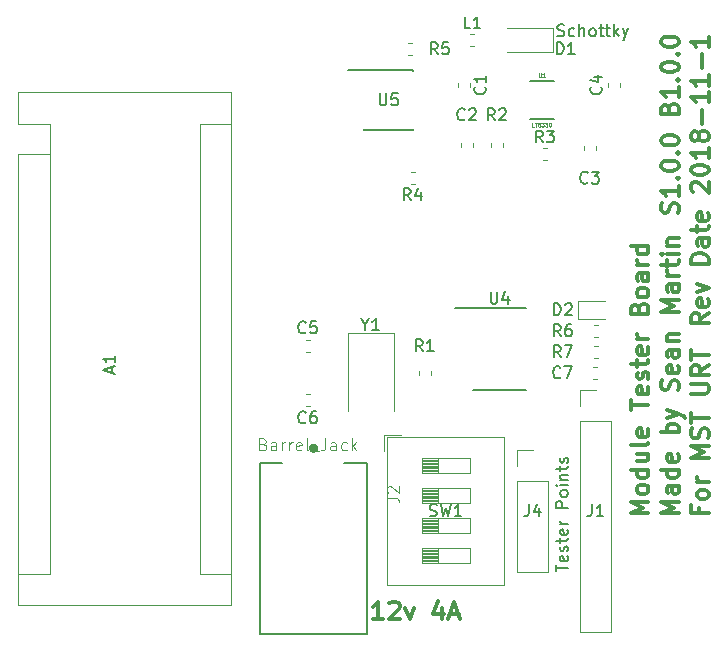
<source format=gbr>
G04 #@! TF.GenerationSoftware,KiCad,Pcbnew,(5.0.1)-3*
G04 #@! TF.CreationDate,2018-11-01T19:24:07-05:00*
G04 #@! TF.ProjectId,module-tester-board,6D6F64756C652D7465737465722D626F,rev?*
G04 #@! TF.SameCoordinates,Original*
G04 #@! TF.FileFunction,Legend,Top*
G04 #@! TF.FilePolarity,Positive*
%FSLAX46Y46*%
G04 Gerber Fmt 4.6, Leading zero omitted, Abs format (unit mm)*
G04 Created by KiCad (PCBNEW (5.0.1)-3) date 11/1/2018 7:24:07 PM*
%MOMM*%
%LPD*%
G01*
G04 APERTURE LIST*
%ADD10C,0.300000*%
%ADD11C,0.120000*%
%ADD12C,0.127000*%
%ADD13C,0.400000*%
%ADD14C,0.152400*%
%ADD15C,0.150000*%
%ADD16C,0.050000*%
G04 APERTURE END LIST*
D10*
X157488285Y-118153571D02*
X156631142Y-118153571D01*
X157059714Y-118153571D02*
X157059714Y-116653571D01*
X156916857Y-116867857D01*
X156774000Y-117010714D01*
X156631142Y-117082142D01*
X158059714Y-116796428D02*
X158131142Y-116725000D01*
X158274000Y-116653571D01*
X158631142Y-116653571D01*
X158774000Y-116725000D01*
X158845428Y-116796428D01*
X158916857Y-116939285D01*
X158916857Y-117082142D01*
X158845428Y-117296428D01*
X157988285Y-118153571D01*
X158916857Y-118153571D01*
X159416857Y-117153571D02*
X159774000Y-118153571D01*
X160131142Y-117153571D01*
X162488285Y-117153571D02*
X162488285Y-118153571D01*
X162131142Y-116582142D02*
X161774000Y-117653571D01*
X162702571Y-117653571D01*
X163202571Y-117725000D02*
X163916857Y-117725000D01*
X163059714Y-118153571D02*
X163559714Y-116653571D01*
X164059714Y-118153571D01*
X182466142Y-83735285D02*
X182537571Y-83521000D01*
X182537571Y-83163857D01*
X182466142Y-83021000D01*
X182394714Y-82949571D01*
X182251857Y-82878142D01*
X182109000Y-82878142D01*
X181966142Y-82949571D01*
X181894714Y-83021000D01*
X181823285Y-83163857D01*
X181751857Y-83449571D01*
X181680428Y-83592428D01*
X181609000Y-83663857D01*
X181466142Y-83735285D01*
X181323285Y-83735285D01*
X181180428Y-83663857D01*
X181109000Y-83592428D01*
X181037571Y-83449571D01*
X181037571Y-83092428D01*
X181109000Y-82878142D01*
X182537571Y-81449571D02*
X182537571Y-82306714D01*
X182537571Y-81878142D02*
X181037571Y-81878142D01*
X181251857Y-82021000D01*
X181394714Y-82163857D01*
X181466142Y-82306714D01*
X182394714Y-80806714D02*
X182466142Y-80735285D01*
X182537571Y-80806714D01*
X182466142Y-80878142D01*
X182394714Y-80806714D01*
X182537571Y-80806714D01*
X181037571Y-79806714D02*
X181037571Y-79663857D01*
X181109000Y-79521000D01*
X181180428Y-79449571D01*
X181323285Y-79378142D01*
X181609000Y-79306714D01*
X181966142Y-79306714D01*
X182251857Y-79378142D01*
X182394714Y-79449571D01*
X182466142Y-79521000D01*
X182537571Y-79663857D01*
X182537571Y-79806714D01*
X182466142Y-79949571D01*
X182394714Y-80021000D01*
X182251857Y-80092428D01*
X181966142Y-80163857D01*
X181609000Y-80163857D01*
X181323285Y-80092428D01*
X181180428Y-80021000D01*
X181109000Y-79949571D01*
X181037571Y-79806714D01*
X182394714Y-78663857D02*
X182466142Y-78592428D01*
X182537571Y-78663857D01*
X182466142Y-78735285D01*
X182394714Y-78663857D01*
X182537571Y-78663857D01*
X181037571Y-77663857D02*
X181037571Y-77521000D01*
X181109000Y-77378142D01*
X181180428Y-77306714D01*
X181323285Y-77235285D01*
X181609000Y-77163857D01*
X181966142Y-77163857D01*
X182251857Y-77235285D01*
X182394714Y-77306714D01*
X182466142Y-77378142D01*
X182537571Y-77521000D01*
X182537571Y-77663857D01*
X182466142Y-77806714D01*
X182394714Y-77878142D01*
X182251857Y-77949571D01*
X181966142Y-78021000D01*
X181609000Y-78021000D01*
X181323285Y-77949571D01*
X181180428Y-77878142D01*
X181109000Y-77806714D01*
X181037571Y-77663857D01*
X181751857Y-74878142D02*
X181823285Y-74663857D01*
X181894714Y-74592428D01*
X182037571Y-74521000D01*
X182251857Y-74521000D01*
X182394714Y-74592428D01*
X182466142Y-74663857D01*
X182537571Y-74806714D01*
X182537571Y-75378142D01*
X181037571Y-75378142D01*
X181037571Y-74878142D01*
X181109000Y-74735285D01*
X181180428Y-74663857D01*
X181323285Y-74592428D01*
X181466142Y-74592428D01*
X181609000Y-74663857D01*
X181680428Y-74735285D01*
X181751857Y-74878142D01*
X181751857Y-75378142D01*
X182537571Y-73092428D02*
X182537571Y-73949571D01*
X182537571Y-73521000D02*
X181037571Y-73521000D01*
X181251857Y-73663857D01*
X181394714Y-73806714D01*
X181466142Y-73949571D01*
X182394714Y-72449571D02*
X182466142Y-72378142D01*
X182537571Y-72449571D01*
X182466142Y-72521000D01*
X182394714Y-72449571D01*
X182537571Y-72449571D01*
X181037571Y-71449571D02*
X181037571Y-71306714D01*
X181109000Y-71163857D01*
X181180428Y-71092428D01*
X181323285Y-71021000D01*
X181609000Y-70949571D01*
X181966142Y-70949571D01*
X182251857Y-71021000D01*
X182394714Y-71092428D01*
X182466142Y-71163857D01*
X182537571Y-71306714D01*
X182537571Y-71449571D01*
X182466142Y-71592428D01*
X182394714Y-71663857D01*
X182251857Y-71735285D01*
X181966142Y-71806714D01*
X181609000Y-71806714D01*
X181323285Y-71735285D01*
X181180428Y-71663857D01*
X181109000Y-71592428D01*
X181037571Y-71449571D01*
X182394714Y-70306714D02*
X182466142Y-70235285D01*
X182537571Y-70306714D01*
X182466142Y-70378142D01*
X182394714Y-70306714D01*
X182537571Y-70306714D01*
X181037571Y-69306714D02*
X181037571Y-69163857D01*
X181109000Y-69021000D01*
X181180428Y-68949571D01*
X181323285Y-68878142D01*
X181609000Y-68806714D01*
X181966142Y-68806714D01*
X182251857Y-68878142D01*
X182394714Y-68949571D01*
X182466142Y-69021000D01*
X182537571Y-69163857D01*
X182537571Y-69306714D01*
X182466142Y-69449571D01*
X182394714Y-69521000D01*
X182251857Y-69592428D01*
X181966142Y-69663857D01*
X181609000Y-69663857D01*
X181323285Y-69592428D01*
X181180428Y-69521000D01*
X181109000Y-69449571D01*
X181037571Y-69306714D01*
X185087571Y-92235285D02*
X184373285Y-92735285D01*
X185087571Y-93092428D02*
X183587571Y-93092428D01*
X183587571Y-92521000D01*
X183659000Y-92378142D01*
X183730428Y-92306714D01*
X183873285Y-92235285D01*
X184087571Y-92235285D01*
X184230428Y-92306714D01*
X184301857Y-92378142D01*
X184373285Y-92521000D01*
X184373285Y-93092428D01*
X185016142Y-91021000D02*
X185087571Y-91163857D01*
X185087571Y-91449571D01*
X185016142Y-91592428D01*
X184873285Y-91663857D01*
X184301857Y-91663857D01*
X184159000Y-91592428D01*
X184087571Y-91449571D01*
X184087571Y-91163857D01*
X184159000Y-91021000D01*
X184301857Y-90949571D01*
X184444714Y-90949571D01*
X184587571Y-91663857D01*
X184087571Y-90449571D02*
X185087571Y-90092428D01*
X184087571Y-89735285D01*
X185087571Y-88021000D02*
X183587571Y-88021000D01*
X183587571Y-87663857D01*
X183659000Y-87449571D01*
X183801857Y-87306714D01*
X183944714Y-87235285D01*
X184230428Y-87163857D01*
X184444714Y-87163857D01*
X184730428Y-87235285D01*
X184873285Y-87306714D01*
X185016142Y-87449571D01*
X185087571Y-87663857D01*
X185087571Y-88021000D01*
X185087571Y-85878142D02*
X184301857Y-85878142D01*
X184159000Y-85949571D01*
X184087571Y-86092428D01*
X184087571Y-86378142D01*
X184159000Y-86521000D01*
X185016142Y-85878142D02*
X185087571Y-86021000D01*
X185087571Y-86378142D01*
X185016142Y-86521000D01*
X184873285Y-86592428D01*
X184730428Y-86592428D01*
X184587571Y-86521000D01*
X184516142Y-86378142D01*
X184516142Y-86021000D01*
X184444714Y-85878142D01*
X184087571Y-85378142D02*
X184087571Y-84806714D01*
X183587571Y-85163857D02*
X184873285Y-85163857D01*
X185016142Y-85092428D01*
X185087571Y-84949571D01*
X185087571Y-84806714D01*
X185016142Y-83735285D02*
X185087571Y-83878142D01*
X185087571Y-84163857D01*
X185016142Y-84306714D01*
X184873285Y-84378142D01*
X184301857Y-84378142D01*
X184159000Y-84306714D01*
X184087571Y-84163857D01*
X184087571Y-83878142D01*
X184159000Y-83735285D01*
X184301857Y-83663857D01*
X184444714Y-83663857D01*
X184587571Y-84378142D01*
X183730428Y-81949571D02*
X183659000Y-81878142D01*
X183587571Y-81735285D01*
X183587571Y-81378142D01*
X183659000Y-81235285D01*
X183730428Y-81163857D01*
X183873285Y-81092428D01*
X184016142Y-81092428D01*
X184230428Y-81163857D01*
X185087571Y-82021000D01*
X185087571Y-81092428D01*
X183587571Y-80163857D02*
X183587571Y-80021000D01*
X183659000Y-79878142D01*
X183730428Y-79806714D01*
X183873285Y-79735285D01*
X184159000Y-79663857D01*
X184516142Y-79663857D01*
X184801857Y-79735285D01*
X184944714Y-79806714D01*
X185016142Y-79878142D01*
X185087571Y-80021000D01*
X185087571Y-80163857D01*
X185016142Y-80306714D01*
X184944714Y-80378142D01*
X184801857Y-80449571D01*
X184516142Y-80521000D01*
X184159000Y-80521000D01*
X183873285Y-80449571D01*
X183730428Y-80378142D01*
X183659000Y-80306714D01*
X183587571Y-80163857D01*
X185087571Y-78235285D02*
X185087571Y-79092428D01*
X185087571Y-78663857D02*
X183587571Y-78663857D01*
X183801857Y-78806714D01*
X183944714Y-78949571D01*
X184016142Y-79092428D01*
X184230428Y-77378142D02*
X184159000Y-77521000D01*
X184087571Y-77592428D01*
X183944714Y-77663857D01*
X183873285Y-77663857D01*
X183730428Y-77592428D01*
X183659000Y-77521000D01*
X183587571Y-77378142D01*
X183587571Y-77092428D01*
X183659000Y-76949571D01*
X183730428Y-76878142D01*
X183873285Y-76806714D01*
X183944714Y-76806714D01*
X184087571Y-76878142D01*
X184159000Y-76949571D01*
X184230428Y-77092428D01*
X184230428Y-77378142D01*
X184301857Y-77521000D01*
X184373285Y-77592428D01*
X184516142Y-77663857D01*
X184801857Y-77663857D01*
X184944714Y-77592428D01*
X185016142Y-77521000D01*
X185087571Y-77378142D01*
X185087571Y-77092428D01*
X185016142Y-76949571D01*
X184944714Y-76878142D01*
X184801857Y-76806714D01*
X184516142Y-76806714D01*
X184373285Y-76878142D01*
X184301857Y-76949571D01*
X184230428Y-77092428D01*
X184516142Y-76163857D02*
X184516142Y-75021000D01*
X185087571Y-73521000D02*
X185087571Y-74378142D01*
X185087571Y-73949571D02*
X183587571Y-73949571D01*
X183801857Y-74092428D01*
X183944714Y-74235285D01*
X184016142Y-74378142D01*
X185087571Y-72092428D02*
X185087571Y-72949571D01*
X185087571Y-72521000D02*
X183587571Y-72521000D01*
X183801857Y-72663857D01*
X183944714Y-72806714D01*
X184016142Y-72949571D01*
X184516142Y-71449571D02*
X184516142Y-70306714D01*
X185087571Y-68806714D02*
X185087571Y-69663857D01*
X185087571Y-69235285D02*
X183587571Y-69235285D01*
X183801857Y-69378142D01*
X183944714Y-69521000D01*
X184016142Y-69663857D01*
X179992571Y-109175857D02*
X178492571Y-109175857D01*
X179564000Y-108675857D01*
X178492571Y-108175857D01*
X179992571Y-108175857D01*
X179992571Y-107247285D02*
X179921142Y-107390142D01*
X179849714Y-107461571D01*
X179706857Y-107533000D01*
X179278285Y-107533000D01*
X179135428Y-107461571D01*
X179064000Y-107390142D01*
X178992571Y-107247285D01*
X178992571Y-107033000D01*
X179064000Y-106890142D01*
X179135428Y-106818714D01*
X179278285Y-106747285D01*
X179706857Y-106747285D01*
X179849714Y-106818714D01*
X179921142Y-106890142D01*
X179992571Y-107033000D01*
X179992571Y-107247285D01*
X179992571Y-105461571D02*
X178492571Y-105461571D01*
X179921142Y-105461571D02*
X179992571Y-105604428D01*
X179992571Y-105890142D01*
X179921142Y-106033000D01*
X179849714Y-106104428D01*
X179706857Y-106175857D01*
X179278285Y-106175857D01*
X179135428Y-106104428D01*
X179064000Y-106033000D01*
X178992571Y-105890142D01*
X178992571Y-105604428D01*
X179064000Y-105461571D01*
X178992571Y-104104428D02*
X179992571Y-104104428D01*
X178992571Y-104747285D02*
X179778285Y-104747285D01*
X179921142Y-104675857D01*
X179992571Y-104533000D01*
X179992571Y-104318714D01*
X179921142Y-104175857D01*
X179849714Y-104104428D01*
X179992571Y-103175857D02*
X179921142Y-103318714D01*
X179778285Y-103390142D01*
X178492571Y-103390142D01*
X179921142Y-102033000D02*
X179992571Y-102175857D01*
X179992571Y-102461571D01*
X179921142Y-102604428D01*
X179778285Y-102675857D01*
X179206857Y-102675857D01*
X179064000Y-102604428D01*
X178992571Y-102461571D01*
X178992571Y-102175857D01*
X179064000Y-102033000D01*
X179206857Y-101961571D01*
X179349714Y-101961571D01*
X179492571Y-102675857D01*
X178492571Y-100390142D02*
X178492571Y-99533000D01*
X179992571Y-99961571D02*
X178492571Y-99961571D01*
X179921142Y-98461571D02*
X179992571Y-98604428D01*
X179992571Y-98890142D01*
X179921142Y-99033000D01*
X179778285Y-99104428D01*
X179206857Y-99104428D01*
X179064000Y-99033000D01*
X178992571Y-98890142D01*
X178992571Y-98604428D01*
X179064000Y-98461571D01*
X179206857Y-98390142D01*
X179349714Y-98390142D01*
X179492571Y-99104428D01*
X179921142Y-97818714D02*
X179992571Y-97675857D01*
X179992571Y-97390142D01*
X179921142Y-97247285D01*
X179778285Y-97175857D01*
X179706857Y-97175857D01*
X179564000Y-97247285D01*
X179492571Y-97390142D01*
X179492571Y-97604428D01*
X179421142Y-97747285D01*
X179278285Y-97818714D01*
X179206857Y-97818714D01*
X179064000Y-97747285D01*
X178992571Y-97604428D01*
X178992571Y-97390142D01*
X179064000Y-97247285D01*
X178992571Y-96747285D02*
X178992571Y-96175857D01*
X178492571Y-96533000D02*
X179778285Y-96533000D01*
X179921142Y-96461571D01*
X179992571Y-96318714D01*
X179992571Y-96175857D01*
X179921142Y-95104428D02*
X179992571Y-95247285D01*
X179992571Y-95533000D01*
X179921142Y-95675857D01*
X179778285Y-95747285D01*
X179206857Y-95747285D01*
X179064000Y-95675857D01*
X178992571Y-95533000D01*
X178992571Y-95247285D01*
X179064000Y-95104428D01*
X179206857Y-95033000D01*
X179349714Y-95033000D01*
X179492571Y-95747285D01*
X179992571Y-94390142D02*
X178992571Y-94390142D01*
X179278285Y-94390142D02*
X179135428Y-94318714D01*
X179064000Y-94247285D01*
X178992571Y-94104428D01*
X178992571Y-93961571D01*
X179206857Y-91818714D02*
X179278285Y-91604428D01*
X179349714Y-91533000D01*
X179492571Y-91461571D01*
X179706857Y-91461571D01*
X179849714Y-91533000D01*
X179921142Y-91604428D01*
X179992571Y-91747285D01*
X179992571Y-92318714D01*
X178492571Y-92318714D01*
X178492571Y-91818714D01*
X178564000Y-91675857D01*
X178635428Y-91604428D01*
X178778285Y-91533000D01*
X178921142Y-91533000D01*
X179064000Y-91604428D01*
X179135428Y-91675857D01*
X179206857Y-91818714D01*
X179206857Y-92318714D01*
X179992571Y-90604428D02*
X179921142Y-90747285D01*
X179849714Y-90818714D01*
X179706857Y-90890142D01*
X179278285Y-90890142D01*
X179135428Y-90818714D01*
X179064000Y-90747285D01*
X178992571Y-90604428D01*
X178992571Y-90390142D01*
X179064000Y-90247285D01*
X179135428Y-90175857D01*
X179278285Y-90104428D01*
X179706857Y-90104428D01*
X179849714Y-90175857D01*
X179921142Y-90247285D01*
X179992571Y-90390142D01*
X179992571Y-90604428D01*
X179992571Y-88818714D02*
X179206857Y-88818714D01*
X179064000Y-88890142D01*
X178992571Y-89033000D01*
X178992571Y-89318714D01*
X179064000Y-89461571D01*
X179921142Y-88818714D02*
X179992571Y-88961571D01*
X179992571Y-89318714D01*
X179921142Y-89461571D01*
X179778285Y-89533000D01*
X179635428Y-89533000D01*
X179492571Y-89461571D01*
X179421142Y-89318714D01*
X179421142Y-88961571D01*
X179349714Y-88818714D01*
X179992571Y-88104428D02*
X178992571Y-88104428D01*
X179278285Y-88104428D02*
X179135428Y-88033000D01*
X179064000Y-87961571D01*
X178992571Y-87818714D01*
X178992571Y-87675857D01*
X179992571Y-86533000D02*
X178492571Y-86533000D01*
X179921142Y-86533000D02*
X179992571Y-86675857D01*
X179992571Y-86961571D01*
X179921142Y-87104428D01*
X179849714Y-87175857D01*
X179706857Y-87247285D01*
X179278285Y-87247285D01*
X179135428Y-87175857D01*
X179064000Y-87104428D01*
X178992571Y-86961571D01*
X178992571Y-86675857D01*
X179064000Y-86533000D01*
X182542571Y-109175857D02*
X181042571Y-109175857D01*
X182114000Y-108675857D01*
X181042571Y-108175857D01*
X182542571Y-108175857D01*
X182542571Y-106818714D02*
X181756857Y-106818714D01*
X181614000Y-106890142D01*
X181542571Y-107033000D01*
X181542571Y-107318714D01*
X181614000Y-107461571D01*
X182471142Y-106818714D02*
X182542571Y-106961571D01*
X182542571Y-107318714D01*
X182471142Y-107461571D01*
X182328285Y-107533000D01*
X182185428Y-107533000D01*
X182042571Y-107461571D01*
X181971142Y-107318714D01*
X181971142Y-106961571D01*
X181899714Y-106818714D01*
X182542571Y-105461571D02*
X181042571Y-105461571D01*
X182471142Y-105461571D02*
X182542571Y-105604428D01*
X182542571Y-105890142D01*
X182471142Y-106033000D01*
X182399714Y-106104428D01*
X182256857Y-106175857D01*
X181828285Y-106175857D01*
X181685428Y-106104428D01*
X181614000Y-106033000D01*
X181542571Y-105890142D01*
X181542571Y-105604428D01*
X181614000Y-105461571D01*
X182471142Y-104175857D02*
X182542571Y-104318714D01*
X182542571Y-104604428D01*
X182471142Y-104747285D01*
X182328285Y-104818714D01*
X181756857Y-104818714D01*
X181614000Y-104747285D01*
X181542571Y-104604428D01*
X181542571Y-104318714D01*
X181614000Y-104175857D01*
X181756857Y-104104428D01*
X181899714Y-104104428D01*
X182042571Y-104818714D01*
X182542571Y-102318714D02*
X181042571Y-102318714D01*
X181614000Y-102318714D02*
X181542571Y-102175857D01*
X181542571Y-101890142D01*
X181614000Y-101747285D01*
X181685428Y-101675857D01*
X181828285Y-101604428D01*
X182256857Y-101604428D01*
X182399714Y-101675857D01*
X182471142Y-101747285D01*
X182542571Y-101890142D01*
X182542571Y-102175857D01*
X182471142Y-102318714D01*
X181542571Y-101104428D02*
X182542571Y-100747285D01*
X181542571Y-100390142D02*
X182542571Y-100747285D01*
X182899714Y-100890142D01*
X182971142Y-100961571D01*
X183042571Y-101104428D01*
X182471142Y-98747285D02*
X182542571Y-98533000D01*
X182542571Y-98175857D01*
X182471142Y-98033000D01*
X182399714Y-97961571D01*
X182256857Y-97890142D01*
X182114000Y-97890142D01*
X181971142Y-97961571D01*
X181899714Y-98033000D01*
X181828285Y-98175857D01*
X181756857Y-98461571D01*
X181685428Y-98604428D01*
X181614000Y-98675857D01*
X181471142Y-98747285D01*
X181328285Y-98747285D01*
X181185428Y-98675857D01*
X181114000Y-98604428D01*
X181042571Y-98461571D01*
X181042571Y-98104428D01*
X181114000Y-97890142D01*
X182471142Y-96675857D02*
X182542571Y-96818714D01*
X182542571Y-97104428D01*
X182471142Y-97247285D01*
X182328285Y-97318714D01*
X181756857Y-97318714D01*
X181614000Y-97247285D01*
X181542571Y-97104428D01*
X181542571Y-96818714D01*
X181614000Y-96675857D01*
X181756857Y-96604428D01*
X181899714Y-96604428D01*
X182042571Y-97318714D01*
X182542571Y-95318714D02*
X181756857Y-95318714D01*
X181614000Y-95390142D01*
X181542571Y-95533000D01*
X181542571Y-95818714D01*
X181614000Y-95961571D01*
X182471142Y-95318714D02*
X182542571Y-95461571D01*
X182542571Y-95818714D01*
X182471142Y-95961571D01*
X182328285Y-96033000D01*
X182185428Y-96033000D01*
X182042571Y-95961571D01*
X181971142Y-95818714D01*
X181971142Y-95461571D01*
X181899714Y-95318714D01*
X181542571Y-94604428D02*
X182542571Y-94604428D01*
X181685428Y-94604428D02*
X181614000Y-94533000D01*
X181542571Y-94390142D01*
X181542571Y-94175857D01*
X181614000Y-94033000D01*
X181756857Y-93961571D01*
X182542571Y-93961571D01*
X182542571Y-92104428D02*
X181042571Y-92104428D01*
X182114000Y-91604428D01*
X181042571Y-91104428D01*
X182542571Y-91104428D01*
X182542571Y-89747285D02*
X181756857Y-89747285D01*
X181614000Y-89818714D01*
X181542571Y-89961571D01*
X181542571Y-90247285D01*
X181614000Y-90390142D01*
X182471142Y-89747285D02*
X182542571Y-89890142D01*
X182542571Y-90247285D01*
X182471142Y-90390142D01*
X182328285Y-90461571D01*
X182185428Y-90461571D01*
X182042571Y-90390142D01*
X181971142Y-90247285D01*
X181971142Y-89890142D01*
X181899714Y-89747285D01*
X182542571Y-89033000D02*
X181542571Y-89033000D01*
X181828285Y-89033000D02*
X181685428Y-88961571D01*
X181614000Y-88890142D01*
X181542571Y-88747285D01*
X181542571Y-88604428D01*
X181542571Y-88318714D02*
X181542571Y-87747285D01*
X181042571Y-88104428D02*
X182328285Y-88104428D01*
X182471142Y-88033000D01*
X182542571Y-87890142D01*
X182542571Y-87747285D01*
X182542571Y-87247285D02*
X181542571Y-87247285D01*
X181042571Y-87247285D02*
X181114000Y-87318714D01*
X181185428Y-87247285D01*
X181114000Y-87175857D01*
X181042571Y-87247285D01*
X181185428Y-87247285D01*
X181542571Y-86533000D02*
X182542571Y-86533000D01*
X181685428Y-86533000D02*
X181614000Y-86461571D01*
X181542571Y-86318714D01*
X181542571Y-86104428D01*
X181614000Y-85961571D01*
X181756857Y-85890142D01*
X182542571Y-85890142D01*
X184306857Y-108675857D02*
X184306857Y-109175857D01*
X185092571Y-109175857D02*
X183592571Y-109175857D01*
X183592571Y-108461571D01*
X185092571Y-107675857D02*
X185021142Y-107818714D01*
X184949714Y-107890142D01*
X184806857Y-107961571D01*
X184378285Y-107961571D01*
X184235428Y-107890142D01*
X184164000Y-107818714D01*
X184092571Y-107675857D01*
X184092571Y-107461571D01*
X184164000Y-107318714D01*
X184235428Y-107247285D01*
X184378285Y-107175857D01*
X184806857Y-107175857D01*
X184949714Y-107247285D01*
X185021142Y-107318714D01*
X185092571Y-107461571D01*
X185092571Y-107675857D01*
X185092571Y-106533000D02*
X184092571Y-106533000D01*
X184378285Y-106533000D02*
X184235428Y-106461571D01*
X184164000Y-106390142D01*
X184092571Y-106247285D01*
X184092571Y-106104428D01*
X185092571Y-104461571D02*
X183592571Y-104461571D01*
X184664000Y-103961571D01*
X183592571Y-103461571D01*
X185092571Y-103461571D01*
X185021142Y-102818714D02*
X185092571Y-102604428D01*
X185092571Y-102247285D01*
X185021142Y-102104428D01*
X184949714Y-102033000D01*
X184806857Y-101961571D01*
X184664000Y-101961571D01*
X184521142Y-102033000D01*
X184449714Y-102104428D01*
X184378285Y-102247285D01*
X184306857Y-102533000D01*
X184235428Y-102675857D01*
X184164000Y-102747285D01*
X184021142Y-102818714D01*
X183878285Y-102818714D01*
X183735428Y-102747285D01*
X183664000Y-102675857D01*
X183592571Y-102533000D01*
X183592571Y-102175857D01*
X183664000Y-101961571D01*
X183592571Y-101533000D02*
X183592571Y-100675857D01*
X185092571Y-101104428D02*
X183592571Y-101104428D01*
X183592571Y-99033000D02*
X184806857Y-99033000D01*
X184949714Y-98961571D01*
X185021142Y-98890142D01*
X185092571Y-98747285D01*
X185092571Y-98461571D01*
X185021142Y-98318714D01*
X184949714Y-98247285D01*
X184806857Y-98175857D01*
X183592571Y-98175857D01*
X185092571Y-96604428D02*
X184378285Y-97104428D01*
X185092571Y-97461571D02*
X183592571Y-97461571D01*
X183592571Y-96890142D01*
X183664000Y-96747285D01*
X183735428Y-96675857D01*
X183878285Y-96604428D01*
X184092571Y-96604428D01*
X184235428Y-96675857D01*
X184306857Y-96747285D01*
X184378285Y-96890142D01*
X184378285Y-97461571D01*
X183592571Y-96175857D02*
X183592571Y-95318714D01*
X185092571Y-95747285D02*
X183592571Y-95747285D01*
D11*
G04 #@! TO.C,A1*
X129286000Y-78740000D02*
X129286000Y-76200000D01*
X129286000Y-76200000D02*
X126616000Y-76200000D01*
X126616000Y-78740000D02*
X126616000Y-116970000D01*
X126616000Y-73530000D02*
X126616000Y-76200000D01*
X141986000Y-76200000D02*
X144656000Y-76200000D01*
X141986000Y-76200000D02*
X141986000Y-114300000D01*
X141986000Y-114300000D02*
X144656000Y-114300000D01*
X129286000Y-78740000D02*
X126616000Y-78740000D01*
X129286000Y-78740000D02*
X129286000Y-114300000D01*
X129286000Y-114300000D02*
X126616000Y-114300000D01*
X126616000Y-116970000D02*
X144656000Y-116970000D01*
X144656000Y-116970000D02*
X144656000Y-73530000D01*
X144656000Y-73530000D02*
X126616000Y-73530000D01*
G04 #@! TO.C,C1*
X164848000Y-72735221D02*
X164848000Y-73060779D01*
X163828000Y-72735221D02*
X163828000Y-73060779D01*
G04 #@! TO.C,C2*
X165102000Y-78140779D02*
X165102000Y-77815221D01*
X164082000Y-78140779D02*
X164082000Y-77815221D01*
G04 #@! TO.C,C3*
X175516000Y-78094721D02*
X175516000Y-78420279D01*
X174496000Y-78094721D02*
X174496000Y-78420279D01*
G04 #@! TO.C,C4*
X177548000Y-73060779D02*
X177548000Y-72735221D01*
X176528000Y-73060779D02*
X176528000Y-72735221D01*
G04 #@! TO.C,C5*
X151292779Y-95506000D02*
X150967221Y-95506000D01*
X151292779Y-94486000D02*
X150967221Y-94486000D01*
G04 #@! TO.C,C6*
X150967221Y-99058000D02*
X151292779Y-99058000D01*
X150967221Y-100078000D02*
X151292779Y-100078000D01*
G04 #@! TO.C,C7*
X175651279Y-96772000D02*
X175325721Y-96772000D01*
X175651279Y-97792000D02*
X175325721Y-97792000D01*
G04 #@! TO.C,D1*
X171872000Y-70088000D02*
X171872000Y-68088000D01*
X171872000Y-68088000D02*
X168022000Y-68088000D01*
X171872000Y-70088000D02*
X168022000Y-70088000D01*
G04 #@! TO.C,D2*
X176314000Y-91213000D02*
X174029000Y-91213000D01*
X174029000Y-91213000D02*
X174029000Y-92683000D01*
X174029000Y-92683000D02*
X176314000Y-92683000D01*
G04 #@! TO.C,J1*
X174184000Y-119186000D02*
X176844000Y-119186000D01*
X174184000Y-101346000D02*
X174184000Y-119186000D01*
X176844000Y-101346000D02*
X176844000Y-119186000D01*
X174184000Y-101346000D02*
X176844000Y-101346000D01*
X174184000Y-100076000D02*
X174184000Y-98746000D01*
X174184000Y-98746000D02*
X175514000Y-98746000D01*
D12*
G04 #@! TO.C,J2*
X156138000Y-119364000D02*
X147138000Y-119364000D01*
X147138000Y-119364000D02*
X147138000Y-104864000D01*
X147138000Y-104864000D02*
X148988000Y-104864000D01*
X156138000Y-104864000D02*
X156138000Y-119364000D01*
X154188000Y-104864000D02*
X156138000Y-104864000D01*
D13*
X151838000Y-103664000D02*
G75*
G03X151838000Y-103664000I-200000J0D01*
G01*
D11*
G04 #@! TO.C,J4*
X168850000Y-114106000D02*
X171510000Y-114106000D01*
X168850000Y-106426000D02*
X168850000Y-114106000D01*
X171510000Y-106426000D02*
X171510000Y-114106000D01*
X168850000Y-106426000D02*
X171510000Y-106426000D01*
X168850000Y-105156000D02*
X168850000Y-103826000D01*
X168850000Y-103826000D02*
X170180000Y-103826000D01*
G04 #@! TO.C,L1*
X164911721Y-68578000D02*
X165237279Y-68578000D01*
X164911721Y-69598000D02*
X165237279Y-69598000D01*
G04 #@! TO.C,R1*
X160526000Y-97444779D02*
X160526000Y-97119221D01*
X161546000Y-97444779D02*
X161546000Y-97119221D01*
G04 #@! TO.C,R2*
X167642000Y-78140779D02*
X167642000Y-77815221D01*
X166622000Y-78140779D02*
X166622000Y-77815221D01*
G04 #@! TO.C,R3*
X171033221Y-78230000D02*
X171358779Y-78230000D01*
X171033221Y-79250000D02*
X171358779Y-79250000D01*
G04 #@! TO.C,R4*
X160182779Y-80262000D02*
X159857221Y-80262000D01*
X160182779Y-81282000D02*
X159857221Y-81282000D01*
G04 #@! TO.C,R5*
X159928779Y-70360000D02*
X159603221Y-70360000D01*
X159928779Y-69340000D02*
X159603221Y-69340000D01*
G04 #@! TO.C,R6*
X175351221Y-94236000D02*
X175676779Y-94236000D01*
X175351221Y-93216000D02*
X175676779Y-93216000D01*
G04 #@! TO.C,R7*
X175351221Y-94994000D02*
X175676779Y-94994000D01*
X175351221Y-96014000D02*
X175676779Y-96014000D01*
D14*
G04 #@! TO.C,U1*
X169926000Y-75742800D02*
X171958000Y-75742800D01*
X171958000Y-72593200D02*
X169926000Y-72593200D01*
D15*
G04 #@! TO.C,U4*
X165161000Y-98700000D02*
X169611000Y-98700000D01*
X163636000Y-91800000D02*
X169611000Y-91800000D01*
G04 #@! TO.C,U5*
X155913000Y-71593000D02*
X155913000Y-71643000D01*
X160063000Y-71593000D02*
X160063000Y-71738000D01*
X160063000Y-76743000D02*
X160063000Y-76598000D01*
X155913000Y-76743000D02*
X155913000Y-76598000D01*
X155913000Y-71593000D02*
X160063000Y-71593000D01*
X155913000Y-76743000D02*
X160063000Y-76743000D01*
X155913000Y-71643000D02*
X154513000Y-71643000D01*
D11*
G04 #@! TO.C,Y1*
X158414000Y-100482000D02*
X158414000Y-93932000D01*
X158414000Y-93932000D02*
X154514000Y-93932000D01*
X154514000Y-93932000D02*
X154514000Y-100482000D01*
G04 #@! TO.C,SW1*
X157864000Y-102736000D02*
X167764000Y-102736000D01*
X157864000Y-115196000D02*
X167764000Y-115196000D01*
X157864000Y-102736000D02*
X157864000Y-115196000D01*
X167764000Y-102736000D02*
X167764000Y-115196000D01*
X157624000Y-102496000D02*
X159008000Y-102496000D01*
X157624000Y-102496000D02*
X157624000Y-103879000D01*
X160784000Y-104521000D02*
X160784000Y-105791000D01*
X160784000Y-105791000D02*
X164844000Y-105791000D01*
X164844000Y-105791000D02*
X164844000Y-104521000D01*
X164844000Y-104521000D02*
X160784000Y-104521000D01*
X160784000Y-104641000D02*
X162137333Y-104641000D01*
X160784000Y-104761000D02*
X162137333Y-104761000D01*
X160784000Y-104881000D02*
X162137333Y-104881000D01*
X160784000Y-105001000D02*
X162137333Y-105001000D01*
X160784000Y-105121000D02*
X162137333Y-105121000D01*
X160784000Y-105241000D02*
X162137333Y-105241000D01*
X160784000Y-105361000D02*
X162137333Y-105361000D01*
X160784000Y-105481000D02*
X162137333Y-105481000D01*
X160784000Y-105601000D02*
X162137333Y-105601000D01*
X160784000Y-105721000D02*
X162137333Y-105721000D01*
X162137333Y-104521000D02*
X162137333Y-105791000D01*
X160784000Y-107061000D02*
X160784000Y-108331000D01*
X160784000Y-108331000D02*
X164844000Y-108331000D01*
X164844000Y-108331000D02*
X164844000Y-107061000D01*
X164844000Y-107061000D02*
X160784000Y-107061000D01*
X160784000Y-107181000D02*
X162137333Y-107181000D01*
X160784000Y-107301000D02*
X162137333Y-107301000D01*
X160784000Y-107421000D02*
X162137333Y-107421000D01*
X160784000Y-107541000D02*
X162137333Y-107541000D01*
X160784000Y-107661000D02*
X162137333Y-107661000D01*
X160784000Y-107781000D02*
X162137333Y-107781000D01*
X160784000Y-107901000D02*
X162137333Y-107901000D01*
X160784000Y-108021000D02*
X162137333Y-108021000D01*
X160784000Y-108141000D02*
X162137333Y-108141000D01*
X160784000Y-108261000D02*
X162137333Y-108261000D01*
X162137333Y-107061000D02*
X162137333Y-108331000D01*
X160784000Y-109601000D02*
X160784000Y-110871000D01*
X160784000Y-110871000D02*
X164844000Y-110871000D01*
X164844000Y-110871000D02*
X164844000Y-109601000D01*
X164844000Y-109601000D02*
X160784000Y-109601000D01*
X160784000Y-109721000D02*
X162137333Y-109721000D01*
X160784000Y-109841000D02*
X162137333Y-109841000D01*
X160784000Y-109961000D02*
X162137333Y-109961000D01*
X160784000Y-110081000D02*
X162137333Y-110081000D01*
X160784000Y-110201000D02*
X162137333Y-110201000D01*
X160784000Y-110321000D02*
X162137333Y-110321000D01*
X160784000Y-110441000D02*
X162137333Y-110441000D01*
X160784000Y-110561000D02*
X162137333Y-110561000D01*
X160784000Y-110681000D02*
X162137333Y-110681000D01*
X160784000Y-110801000D02*
X162137333Y-110801000D01*
X162137333Y-109601000D02*
X162137333Y-110871000D01*
X160784000Y-112141000D02*
X160784000Y-113411000D01*
X160784000Y-113411000D02*
X164844000Y-113411000D01*
X164844000Y-113411000D02*
X164844000Y-112141000D01*
X164844000Y-112141000D02*
X160784000Y-112141000D01*
X160784000Y-112261000D02*
X162137333Y-112261000D01*
X160784000Y-112381000D02*
X162137333Y-112381000D01*
X160784000Y-112501000D02*
X162137333Y-112501000D01*
X160784000Y-112621000D02*
X162137333Y-112621000D01*
X160784000Y-112741000D02*
X162137333Y-112741000D01*
X160784000Y-112861000D02*
X162137333Y-112861000D01*
X160784000Y-112981000D02*
X162137333Y-112981000D01*
X160784000Y-113101000D02*
X162137333Y-113101000D01*
X160784000Y-113221000D02*
X162137333Y-113221000D01*
X160784000Y-113341000D02*
X162137333Y-113341000D01*
X162137333Y-112141000D02*
X162137333Y-113411000D01*
G04 #@! TO.C,*
D15*
G04 #@! TO.C,A1*
X134532666Y-97234285D02*
X134532666Y-96758095D01*
X134818380Y-97329523D02*
X133818380Y-96996190D01*
X134818380Y-96662857D01*
X134818380Y-95805714D02*
X134818380Y-96377142D01*
X134818380Y-96091428D02*
X133818380Y-96091428D01*
X133961238Y-96186666D01*
X134056476Y-96281904D01*
X134104095Y-96377142D01*
G04 #@! TO.C,C1*
X166125142Y-73064666D02*
X166172761Y-73112285D01*
X166220380Y-73255142D01*
X166220380Y-73350380D01*
X166172761Y-73493238D01*
X166077523Y-73588476D01*
X165982285Y-73636095D01*
X165791809Y-73683714D01*
X165648952Y-73683714D01*
X165458476Y-73636095D01*
X165363238Y-73588476D01*
X165268000Y-73493238D01*
X165220380Y-73350380D01*
X165220380Y-73255142D01*
X165268000Y-73112285D01*
X165315619Y-73064666D01*
X166220380Y-72112285D02*
X166220380Y-72683714D01*
X166220380Y-72398000D02*
X165220380Y-72398000D01*
X165363238Y-72493238D01*
X165458476Y-72588476D01*
X165506095Y-72683714D01*
G04 #@! TO.C,C2*
X164425333Y-75795142D02*
X164377714Y-75842761D01*
X164234857Y-75890380D01*
X164139619Y-75890380D01*
X163996761Y-75842761D01*
X163901523Y-75747523D01*
X163853904Y-75652285D01*
X163806285Y-75461809D01*
X163806285Y-75318952D01*
X163853904Y-75128476D01*
X163901523Y-75033238D01*
X163996761Y-74938000D01*
X164139619Y-74890380D01*
X164234857Y-74890380D01*
X164377714Y-74938000D01*
X164425333Y-74985619D01*
X164806285Y-74985619D02*
X164853904Y-74938000D01*
X164949142Y-74890380D01*
X165187238Y-74890380D01*
X165282476Y-74938000D01*
X165330095Y-74985619D01*
X165377714Y-75080857D01*
X165377714Y-75176095D01*
X165330095Y-75318952D01*
X164758666Y-75890380D01*
X165377714Y-75890380D01*
G04 #@! TO.C,C3*
X174839333Y-81154642D02*
X174791714Y-81202261D01*
X174648857Y-81249880D01*
X174553619Y-81249880D01*
X174410761Y-81202261D01*
X174315523Y-81107023D01*
X174267904Y-81011785D01*
X174220285Y-80821309D01*
X174220285Y-80678452D01*
X174267904Y-80487976D01*
X174315523Y-80392738D01*
X174410761Y-80297500D01*
X174553619Y-80249880D01*
X174648857Y-80249880D01*
X174791714Y-80297500D01*
X174839333Y-80345119D01*
X175172666Y-80249880D02*
X175791714Y-80249880D01*
X175458380Y-80630833D01*
X175601238Y-80630833D01*
X175696476Y-80678452D01*
X175744095Y-80726071D01*
X175791714Y-80821309D01*
X175791714Y-81059404D01*
X175744095Y-81154642D01*
X175696476Y-81202261D01*
X175601238Y-81249880D01*
X175315523Y-81249880D01*
X175220285Y-81202261D01*
X175172666Y-81154642D01*
G04 #@! TO.C,C4*
X175965142Y-73064666D02*
X176012761Y-73112285D01*
X176060380Y-73255142D01*
X176060380Y-73350380D01*
X176012761Y-73493238D01*
X175917523Y-73588476D01*
X175822285Y-73636095D01*
X175631809Y-73683714D01*
X175488952Y-73683714D01*
X175298476Y-73636095D01*
X175203238Y-73588476D01*
X175108000Y-73493238D01*
X175060380Y-73350380D01*
X175060380Y-73255142D01*
X175108000Y-73112285D01*
X175155619Y-73064666D01*
X175393714Y-72207523D02*
X176060380Y-72207523D01*
X175012761Y-72445619D02*
X175727047Y-72683714D01*
X175727047Y-72064666D01*
G04 #@! TO.C,C5*
X150963333Y-93829142D02*
X150915714Y-93876761D01*
X150772857Y-93924380D01*
X150677619Y-93924380D01*
X150534761Y-93876761D01*
X150439523Y-93781523D01*
X150391904Y-93686285D01*
X150344285Y-93495809D01*
X150344285Y-93352952D01*
X150391904Y-93162476D01*
X150439523Y-93067238D01*
X150534761Y-92972000D01*
X150677619Y-92924380D01*
X150772857Y-92924380D01*
X150915714Y-92972000D01*
X150963333Y-93019619D01*
X151868095Y-92924380D02*
X151391904Y-92924380D01*
X151344285Y-93400571D01*
X151391904Y-93352952D01*
X151487142Y-93305333D01*
X151725238Y-93305333D01*
X151820476Y-93352952D01*
X151868095Y-93400571D01*
X151915714Y-93495809D01*
X151915714Y-93733904D01*
X151868095Y-93829142D01*
X151820476Y-93876761D01*
X151725238Y-93924380D01*
X151487142Y-93924380D01*
X151391904Y-93876761D01*
X151344285Y-93829142D01*
G04 #@! TO.C,C6*
X150963333Y-101449142D02*
X150915714Y-101496761D01*
X150772857Y-101544380D01*
X150677619Y-101544380D01*
X150534761Y-101496761D01*
X150439523Y-101401523D01*
X150391904Y-101306285D01*
X150344285Y-101115809D01*
X150344285Y-100972952D01*
X150391904Y-100782476D01*
X150439523Y-100687238D01*
X150534761Y-100592000D01*
X150677619Y-100544380D01*
X150772857Y-100544380D01*
X150915714Y-100592000D01*
X150963333Y-100639619D01*
X151820476Y-100544380D02*
X151630000Y-100544380D01*
X151534761Y-100592000D01*
X151487142Y-100639619D01*
X151391904Y-100782476D01*
X151344285Y-100972952D01*
X151344285Y-101353904D01*
X151391904Y-101449142D01*
X151439523Y-101496761D01*
X151534761Y-101544380D01*
X151725238Y-101544380D01*
X151820476Y-101496761D01*
X151868095Y-101449142D01*
X151915714Y-101353904D01*
X151915714Y-101115809D01*
X151868095Y-101020571D01*
X151820476Y-100972952D01*
X151725238Y-100925333D01*
X151534761Y-100925333D01*
X151439523Y-100972952D01*
X151391904Y-101020571D01*
X151344285Y-101115809D01*
G04 #@! TO.C,C7*
X172527833Y-97639142D02*
X172480214Y-97686761D01*
X172337357Y-97734380D01*
X172242119Y-97734380D01*
X172099261Y-97686761D01*
X172004023Y-97591523D01*
X171956404Y-97496285D01*
X171908785Y-97305809D01*
X171908785Y-97162952D01*
X171956404Y-96972476D01*
X172004023Y-96877238D01*
X172099261Y-96782000D01*
X172242119Y-96734380D01*
X172337357Y-96734380D01*
X172480214Y-96782000D01*
X172527833Y-96829619D01*
X172861166Y-96734380D02*
X173527833Y-96734380D01*
X173099261Y-97734380D01*
G04 #@! TO.C,D1*
X172235904Y-70302380D02*
X172235904Y-69302380D01*
X172474000Y-69302380D01*
X172616857Y-69350000D01*
X172712095Y-69445238D01*
X172759714Y-69540476D01*
X172807333Y-69730952D01*
X172807333Y-69873809D01*
X172759714Y-70064285D01*
X172712095Y-70159523D01*
X172616857Y-70254761D01*
X172474000Y-70302380D01*
X172235904Y-70302380D01*
X173759714Y-70302380D02*
X173188285Y-70302380D01*
X173474000Y-70302380D02*
X173474000Y-69302380D01*
X173378761Y-69445238D01*
X173283523Y-69540476D01*
X173188285Y-69588095D01*
X172283809Y-68730761D02*
X172426666Y-68778380D01*
X172664761Y-68778380D01*
X172760000Y-68730761D01*
X172807619Y-68683142D01*
X172855238Y-68587904D01*
X172855238Y-68492666D01*
X172807619Y-68397428D01*
X172760000Y-68349809D01*
X172664761Y-68302190D01*
X172474285Y-68254571D01*
X172379047Y-68206952D01*
X172331428Y-68159333D01*
X172283809Y-68064095D01*
X172283809Y-67968857D01*
X172331428Y-67873619D01*
X172379047Y-67826000D01*
X172474285Y-67778380D01*
X172712380Y-67778380D01*
X172855238Y-67826000D01*
X173712380Y-68730761D02*
X173617142Y-68778380D01*
X173426666Y-68778380D01*
X173331428Y-68730761D01*
X173283809Y-68683142D01*
X173236190Y-68587904D01*
X173236190Y-68302190D01*
X173283809Y-68206952D01*
X173331428Y-68159333D01*
X173426666Y-68111714D01*
X173617142Y-68111714D01*
X173712380Y-68159333D01*
X174140952Y-68778380D02*
X174140952Y-67778380D01*
X174569523Y-68778380D02*
X174569523Y-68254571D01*
X174521904Y-68159333D01*
X174426666Y-68111714D01*
X174283809Y-68111714D01*
X174188571Y-68159333D01*
X174140952Y-68206952D01*
X175188571Y-68778380D02*
X175093333Y-68730761D01*
X175045714Y-68683142D01*
X174998095Y-68587904D01*
X174998095Y-68302190D01*
X175045714Y-68206952D01*
X175093333Y-68159333D01*
X175188571Y-68111714D01*
X175331428Y-68111714D01*
X175426666Y-68159333D01*
X175474285Y-68206952D01*
X175521904Y-68302190D01*
X175521904Y-68587904D01*
X175474285Y-68683142D01*
X175426666Y-68730761D01*
X175331428Y-68778380D01*
X175188571Y-68778380D01*
X175807619Y-68111714D02*
X176188571Y-68111714D01*
X175950476Y-67778380D02*
X175950476Y-68635523D01*
X175998095Y-68730761D01*
X176093333Y-68778380D01*
X176188571Y-68778380D01*
X176379047Y-68111714D02*
X176760000Y-68111714D01*
X176521904Y-67778380D02*
X176521904Y-68635523D01*
X176569523Y-68730761D01*
X176664761Y-68778380D01*
X176760000Y-68778380D01*
X177093333Y-68778380D02*
X177093333Y-67778380D01*
X177188571Y-68397428D02*
X177474285Y-68778380D01*
X177474285Y-68111714D02*
X177093333Y-68492666D01*
X177807619Y-68111714D02*
X178045714Y-68778380D01*
X178283809Y-68111714D02*
X178045714Y-68778380D01*
X177950476Y-69016476D01*
X177902857Y-69064095D01*
X177807619Y-69111714D01*
G04 #@! TO.C,D2*
X171981904Y-92400380D02*
X171981904Y-91400380D01*
X172220000Y-91400380D01*
X172362857Y-91448000D01*
X172458095Y-91543238D01*
X172505714Y-91638476D01*
X172553333Y-91828952D01*
X172553333Y-91971809D01*
X172505714Y-92162285D01*
X172458095Y-92257523D01*
X172362857Y-92352761D01*
X172220000Y-92400380D01*
X171981904Y-92400380D01*
X172934285Y-91495619D02*
X172981904Y-91448000D01*
X173077142Y-91400380D01*
X173315238Y-91400380D01*
X173410476Y-91448000D01*
X173458095Y-91495619D01*
X173505714Y-91590857D01*
X173505714Y-91686095D01*
X173458095Y-91828952D01*
X172886666Y-92400380D01*
X173505714Y-92400380D01*
G04 #@! TO.C,J1*
X175180666Y-108418380D02*
X175180666Y-109132666D01*
X175133047Y-109275523D01*
X175037809Y-109370761D01*
X174894952Y-109418380D01*
X174799714Y-109418380D01*
X176180666Y-109418380D02*
X175609238Y-109418380D01*
X175894952Y-109418380D02*
X175894952Y-108418380D01*
X175799714Y-108561238D01*
X175704476Y-108656476D01*
X175609238Y-108704095D01*
G04 #@! TO.C,J2*
D16*
X157863186Y-107850060D02*
X158578365Y-107850060D01*
X158721400Y-107897738D01*
X158816757Y-107993095D01*
X158864436Y-108136131D01*
X158864436Y-108231488D01*
X157958543Y-107420952D02*
X157910865Y-107373274D01*
X157863186Y-107277917D01*
X157863186Y-107039524D01*
X157910865Y-106944167D01*
X157958543Y-106896488D01*
X158053900Y-106848810D01*
X158149257Y-106848810D01*
X158292293Y-106896488D01*
X158864436Y-107468631D01*
X158864436Y-106848810D01*
X147382858Y-103306398D02*
X147526061Y-103354132D01*
X147573795Y-103401867D01*
X147621530Y-103497335D01*
X147621530Y-103640538D01*
X147573795Y-103736007D01*
X147526061Y-103783741D01*
X147430592Y-103831475D01*
X147048718Y-103831475D01*
X147048718Y-102829055D01*
X147382858Y-102829055D01*
X147478327Y-102876790D01*
X147526061Y-102924524D01*
X147573795Y-103019992D01*
X147573795Y-103115461D01*
X147526061Y-103210930D01*
X147478327Y-103258664D01*
X147382858Y-103306398D01*
X147048718Y-103306398D01*
X148480747Y-103831475D02*
X148480747Y-103306398D01*
X148433012Y-103210930D01*
X148337544Y-103163195D01*
X148146607Y-103163195D01*
X148051138Y-103210930D01*
X148480747Y-103783741D02*
X148385278Y-103831475D01*
X148146607Y-103831475D01*
X148051138Y-103783741D01*
X148003404Y-103688272D01*
X148003404Y-103592804D01*
X148051138Y-103497335D01*
X148146607Y-103449601D01*
X148385278Y-103449601D01*
X148480747Y-103401867D01*
X148958090Y-103831475D02*
X148958090Y-103163195D01*
X148958090Y-103354132D02*
X149005824Y-103258664D01*
X149053558Y-103210930D01*
X149149027Y-103163195D01*
X149244495Y-103163195D01*
X149578635Y-103831475D02*
X149578635Y-103163195D01*
X149578635Y-103354132D02*
X149626370Y-103258664D01*
X149674104Y-103210930D01*
X149769572Y-103163195D01*
X149865041Y-103163195D01*
X150581055Y-103783741D02*
X150485587Y-103831475D01*
X150294650Y-103831475D01*
X150199181Y-103783741D01*
X150151447Y-103688272D01*
X150151447Y-103306398D01*
X150199181Y-103210930D01*
X150294650Y-103163195D01*
X150485587Y-103163195D01*
X150581055Y-103210930D01*
X150628790Y-103306398D01*
X150628790Y-103401867D01*
X150151447Y-103497335D01*
X151201601Y-103831475D02*
X151106132Y-103783741D01*
X151058398Y-103688272D01*
X151058398Y-102829055D01*
X151344804Y-103926944D02*
X152108552Y-103926944D01*
X152633630Y-102829055D02*
X152633630Y-103545070D01*
X152585895Y-103688272D01*
X152490427Y-103783741D01*
X152347224Y-103831475D01*
X152251755Y-103831475D01*
X153540581Y-103831475D02*
X153540581Y-103306398D01*
X153492847Y-103210930D01*
X153397378Y-103163195D01*
X153206441Y-103163195D01*
X153110972Y-103210930D01*
X153540581Y-103783741D02*
X153445112Y-103831475D01*
X153206441Y-103831475D01*
X153110972Y-103783741D01*
X153063238Y-103688272D01*
X153063238Y-103592804D01*
X153110972Y-103497335D01*
X153206441Y-103449601D01*
X153445112Y-103449601D01*
X153540581Y-103401867D01*
X154447532Y-103783741D02*
X154352064Y-103831475D01*
X154161127Y-103831475D01*
X154065658Y-103783741D01*
X154017924Y-103736007D01*
X153970190Y-103640538D01*
X153970190Y-103354132D01*
X154017924Y-103258664D01*
X154065658Y-103210930D01*
X154161127Y-103163195D01*
X154352064Y-103163195D01*
X154447532Y-103210930D01*
X154877141Y-103831475D02*
X154877141Y-102829055D01*
X154972610Y-103449601D02*
X155259015Y-103831475D01*
X155259015Y-103163195D02*
X154877141Y-103545070D01*
G04 #@! TO.C,J4*
D15*
X169846666Y-108418380D02*
X169846666Y-109132666D01*
X169799047Y-109275523D01*
X169703809Y-109370761D01*
X169560952Y-109418380D01*
X169465714Y-109418380D01*
X170751428Y-108751714D02*
X170751428Y-109418380D01*
X170513333Y-108370761D02*
X170275238Y-109085047D01*
X170894285Y-109085047D01*
X172172380Y-114077142D02*
X172172380Y-113505714D01*
X173172380Y-113791428D02*
X172172380Y-113791428D01*
X173124761Y-112791428D02*
X173172380Y-112886666D01*
X173172380Y-113077142D01*
X173124761Y-113172380D01*
X173029523Y-113220000D01*
X172648571Y-113220000D01*
X172553333Y-113172380D01*
X172505714Y-113077142D01*
X172505714Y-112886666D01*
X172553333Y-112791428D01*
X172648571Y-112743809D01*
X172743809Y-112743809D01*
X172839047Y-113220000D01*
X173124761Y-112362857D02*
X173172380Y-112267619D01*
X173172380Y-112077142D01*
X173124761Y-111981904D01*
X173029523Y-111934285D01*
X172981904Y-111934285D01*
X172886666Y-111981904D01*
X172839047Y-112077142D01*
X172839047Y-112220000D01*
X172791428Y-112315238D01*
X172696190Y-112362857D01*
X172648571Y-112362857D01*
X172553333Y-112315238D01*
X172505714Y-112220000D01*
X172505714Y-112077142D01*
X172553333Y-111981904D01*
X172505714Y-111648571D02*
X172505714Y-111267619D01*
X172172380Y-111505714D02*
X173029523Y-111505714D01*
X173124761Y-111458095D01*
X173172380Y-111362857D01*
X173172380Y-111267619D01*
X173124761Y-110553333D02*
X173172380Y-110648571D01*
X173172380Y-110839047D01*
X173124761Y-110934285D01*
X173029523Y-110981904D01*
X172648571Y-110981904D01*
X172553333Y-110934285D01*
X172505714Y-110839047D01*
X172505714Y-110648571D01*
X172553333Y-110553333D01*
X172648571Y-110505714D01*
X172743809Y-110505714D01*
X172839047Y-110981904D01*
X173172380Y-110077142D02*
X172505714Y-110077142D01*
X172696190Y-110077142D02*
X172600952Y-110029523D01*
X172553333Y-109981904D01*
X172505714Y-109886666D01*
X172505714Y-109791428D01*
X173172380Y-108696190D02*
X172172380Y-108696190D01*
X172172380Y-108315238D01*
X172220000Y-108220000D01*
X172267619Y-108172380D01*
X172362857Y-108124761D01*
X172505714Y-108124761D01*
X172600952Y-108172380D01*
X172648571Y-108220000D01*
X172696190Y-108315238D01*
X172696190Y-108696190D01*
X173172380Y-107553333D02*
X173124761Y-107648571D01*
X173077142Y-107696190D01*
X172981904Y-107743809D01*
X172696190Y-107743809D01*
X172600952Y-107696190D01*
X172553333Y-107648571D01*
X172505714Y-107553333D01*
X172505714Y-107410476D01*
X172553333Y-107315238D01*
X172600952Y-107267619D01*
X172696190Y-107220000D01*
X172981904Y-107220000D01*
X173077142Y-107267619D01*
X173124761Y-107315238D01*
X173172380Y-107410476D01*
X173172380Y-107553333D01*
X173172380Y-106791428D02*
X172505714Y-106791428D01*
X172172380Y-106791428D02*
X172220000Y-106839047D01*
X172267619Y-106791428D01*
X172220000Y-106743809D01*
X172172380Y-106791428D01*
X172267619Y-106791428D01*
X172505714Y-106315238D02*
X173172380Y-106315238D01*
X172600952Y-106315238D02*
X172553333Y-106267619D01*
X172505714Y-106172380D01*
X172505714Y-106029523D01*
X172553333Y-105934285D01*
X172648571Y-105886666D01*
X173172380Y-105886666D01*
X172505714Y-105553333D02*
X172505714Y-105172380D01*
X172172380Y-105410476D02*
X173029523Y-105410476D01*
X173124761Y-105362857D01*
X173172380Y-105267619D01*
X173172380Y-105172380D01*
X173124761Y-104886666D02*
X173172380Y-104791428D01*
X173172380Y-104600952D01*
X173124761Y-104505714D01*
X173029523Y-104458095D01*
X172981904Y-104458095D01*
X172886666Y-104505714D01*
X172839047Y-104600952D01*
X172839047Y-104743809D01*
X172791428Y-104839047D01*
X172696190Y-104886666D01*
X172648571Y-104886666D01*
X172553333Y-104839047D01*
X172505714Y-104743809D01*
X172505714Y-104600952D01*
X172553333Y-104505714D01*
G04 #@! TO.C,L1*
X164907833Y-68110380D02*
X164431642Y-68110380D01*
X164431642Y-67110380D01*
X165764976Y-68110380D02*
X165193547Y-68110380D01*
X165479261Y-68110380D02*
X165479261Y-67110380D01*
X165384023Y-67253238D01*
X165288785Y-67348476D01*
X165193547Y-67396095D01*
G04 #@! TO.C,R1*
X160869333Y-95448380D02*
X160536000Y-94972190D01*
X160297904Y-95448380D02*
X160297904Y-94448380D01*
X160678857Y-94448380D01*
X160774095Y-94496000D01*
X160821714Y-94543619D01*
X160869333Y-94638857D01*
X160869333Y-94781714D01*
X160821714Y-94876952D01*
X160774095Y-94924571D01*
X160678857Y-94972190D01*
X160297904Y-94972190D01*
X161821714Y-95448380D02*
X161250285Y-95448380D01*
X161536000Y-95448380D02*
X161536000Y-94448380D01*
X161440761Y-94591238D01*
X161345523Y-94686476D01*
X161250285Y-94734095D01*
G04 #@! TO.C,R2*
X166965333Y-75890380D02*
X166632000Y-75414190D01*
X166393904Y-75890380D02*
X166393904Y-74890380D01*
X166774857Y-74890380D01*
X166870095Y-74938000D01*
X166917714Y-74985619D01*
X166965333Y-75080857D01*
X166965333Y-75223714D01*
X166917714Y-75318952D01*
X166870095Y-75366571D01*
X166774857Y-75414190D01*
X166393904Y-75414190D01*
X167346285Y-74985619D02*
X167393904Y-74938000D01*
X167489142Y-74890380D01*
X167727238Y-74890380D01*
X167822476Y-74938000D01*
X167870095Y-74985619D01*
X167917714Y-75080857D01*
X167917714Y-75176095D01*
X167870095Y-75318952D01*
X167298666Y-75890380D01*
X167917714Y-75890380D01*
G04 #@! TO.C,R3*
X171029333Y-77762380D02*
X170696000Y-77286190D01*
X170457904Y-77762380D02*
X170457904Y-76762380D01*
X170838857Y-76762380D01*
X170934095Y-76810000D01*
X170981714Y-76857619D01*
X171029333Y-76952857D01*
X171029333Y-77095714D01*
X170981714Y-77190952D01*
X170934095Y-77238571D01*
X170838857Y-77286190D01*
X170457904Y-77286190D01*
X171362666Y-76762380D02*
X171981714Y-76762380D01*
X171648380Y-77143333D01*
X171791238Y-77143333D01*
X171886476Y-77190952D01*
X171934095Y-77238571D01*
X171981714Y-77333809D01*
X171981714Y-77571904D01*
X171934095Y-77667142D01*
X171886476Y-77714761D01*
X171791238Y-77762380D01*
X171505523Y-77762380D01*
X171410285Y-77714761D01*
X171362666Y-77667142D01*
G04 #@! TO.C,R4*
X159853333Y-82654380D02*
X159520000Y-82178190D01*
X159281904Y-82654380D02*
X159281904Y-81654380D01*
X159662857Y-81654380D01*
X159758095Y-81702000D01*
X159805714Y-81749619D01*
X159853333Y-81844857D01*
X159853333Y-81987714D01*
X159805714Y-82082952D01*
X159758095Y-82130571D01*
X159662857Y-82178190D01*
X159281904Y-82178190D01*
X160710476Y-81987714D02*
X160710476Y-82654380D01*
X160472380Y-81606761D02*
X160234285Y-82321047D01*
X160853333Y-82321047D01*
G04 #@! TO.C,R5*
X162139333Y-70302380D02*
X161806000Y-69826190D01*
X161567904Y-70302380D02*
X161567904Y-69302380D01*
X161948857Y-69302380D01*
X162044095Y-69350000D01*
X162091714Y-69397619D01*
X162139333Y-69492857D01*
X162139333Y-69635714D01*
X162091714Y-69730952D01*
X162044095Y-69778571D01*
X161948857Y-69826190D01*
X161567904Y-69826190D01*
X163044095Y-69302380D02*
X162567904Y-69302380D01*
X162520285Y-69778571D01*
X162567904Y-69730952D01*
X162663142Y-69683333D01*
X162901238Y-69683333D01*
X162996476Y-69730952D01*
X163044095Y-69778571D01*
X163091714Y-69873809D01*
X163091714Y-70111904D01*
X163044095Y-70207142D01*
X162996476Y-70254761D01*
X162901238Y-70302380D01*
X162663142Y-70302380D01*
X162567904Y-70254761D01*
X162520285Y-70207142D01*
G04 #@! TO.C,R6*
X172553333Y-94178380D02*
X172220000Y-93702190D01*
X171981904Y-94178380D02*
X171981904Y-93178380D01*
X172362857Y-93178380D01*
X172458095Y-93226000D01*
X172505714Y-93273619D01*
X172553333Y-93368857D01*
X172553333Y-93511714D01*
X172505714Y-93606952D01*
X172458095Y-93654571D01*
X172362857Y-93702190D01*
X171981904Y-93702190D01*
X173410476Y-93178380D02*
X173220000Y-93178380D01*
X173124761Y-93226000D01*
X173077142Y-93273619D01*
X172981904Y-93416476D01*
X172934285Y-93606952D01*
X172934285Y-93987904D01*
X172981904Y-94083142D01*
X173029523Y-94130761D01*
X173124761Y-94178380D01*
X173315238Y-94178380D01*
X173410476Y-94130761D01*
X173458095Y-94083142D01*
X173505714Y-93987904D01*
X173505714Y-93749809D01*
X173458095Y-93654571D01*
X173410476Y-93606952D01*
X173315238Y-93559333D01*
X173124761Y-93559333D01*
X173029523Y-93606952D01*
X172981904Y-93654571D01*
X172934285Y-93749809D01*
G04 #@! TO.C,R7*
X172553333Y-95956380D02*
X172220000Y-95480190D01*
X171981904Y-95956380D02*
X171981904Y-94956380D01*
X172362857Y-94956380D01*
X172458095Y-95004000D01*
X172505714Y-95051619D01*
X172553333Y-95146857D01*
X172553333Y-95289714D01*
X172505714Y-95384952D01*
X172458095Y-95432571D01*
X172362857Y-95480190D01*
X171981904Y-95480190D01*
X172886666Y-94956380D02*
X173553333Y-94956380D01*
X173124761Y-95956380D01*
G04 #@! TO.C,U1*
D16*
X170701905Y-71890342D02*
X170701905Y-72145442D01*
X170716911Y-72175454D01*
X170731917Y-72190460D01*
X170761929Y-72205466D01*
X170821952Y-72205466D01*
X170851964Y-72190460D01*
X170866970Y-72175454D01*
X170881976Y-72145442D01*
X170881976Y-71890342D01*
X171197100Y-72205466D02*
X171017029Y-72205466D01*
X171107064Y-72205466D02*
X171107064Y-71890342D01*
X171077053Y-71935359D01*
X171047041Y-71965371D01*
X171017029Y-71980377D01*
X170318735Y-76417525D02*
X170168550Y-76417525D01*
X170168550Y-76102138D01*
X170378808Y-76102138D02*
X170559030Y-76102138D01*
X170468919Y-76417525D02*
X170468919Y-76102138D01*
X170709214Y-76237303D02*
X170679177Y-76222285D01*
X170664159Y-76207267D01*
X170649140Y-76177230D01*
X170649140Y-76162211D01*
X170664159Y-76132174D01*
X170679177Y-76117156D01*
X170709214Y-76102138D01*
X170769288Y-76102138D01*
X170799324Y-76117156D01*
X170814343Y-76132174D01*
X170829361Y-76162211D01*
X170829361Y-76177230D01*
X170814343Y-76207267D01*
X170799324Y-76222285D01*
X170769288Y-76237303D01*
X170709214Y-76237303D01*
X170679177Y-76252322D01*
X170664159Y-76267340D01*
X170649140Y-76297377D01*
X170649140Y-76357451D01*
X170664159Y-76387488D01*
X170679177Y-76402506D01*
X170709214Y-76417525D01*
X170769288Y-76417525D01*
X170799324Y-76402506D01*
X170814343Y-76387488D01*
X170829361Y-76357451D01*
X170829361Y-76297377D01*
X170814343Y-76267340D01*
X170799324Y-76252322D01*
X170769288Y-76237303D01*
X170934490Y-76102138D02*
X171129730Y-76102138D01*
X171024601Y-76222285D01*
X171069656Y-76222285D01*
X171099693Y-76237303D01*
X171114711Y-76252322D01*
X171129730Y-76282359D01*
X171129730Y-76357451D01*
X171114711Y-76387488D01*
X171099693Y-76402506D01*
X171069656Y-76417525D01*
X170979546Y-76417525D01*
X170949509Y-76402506D01*
X170934490Y-76387488D01*
X171234859Y-76102138D02*
X171430098Y-76102138D01*
X171324969Y-76222285D01*
X171370025Y-76222285D01*
X171400062Y-76237303D01*
X171415080Y-76252322D01*
X171430098Y-76282359D01*
X171430098Y-76357451D01*
X171415080Y-76387488D01*
X171400062Y-76402506D01*
X171370025Y-76417525D01*
X171279914Y-76417525D01*
X171249877Y-76402506D01*
X171234859Y-76387488D01*
X171625338Y-76102138D02*
X171655375Y-76102138D01*
X171685412Y-76117156D01*
X171700430Y-76132174D01*
X171715449Y-76162211D01*
X171730467Y-76222285D01*
X171730467Y-76297377D01*
X171715449Y-76357451D01*
X171700430Y-76387488D01*
X171685412Y-76402506D01*
X171655375Y-76417525D01*
X171625338Y-76417525D01*
X171595301Y-76402506D01*
X171580283Y-76387488D01*
X171565264Y-76357451D01*
X171550246Y-76297377D01*
X171550246Y-76222285D01*
X171565264Y-76162211D01*
X171580283Y-76132174D01*
X171595301Y-76117156D01*
X171625338Y-76102138D01*
G04 #@! TO.C,U4*
D15*
X166624095Y-90402380D02*
X166624095Y-91211904D01*
X166671714Y-91307142D01*
X166719333Y-91354761D01*
X166814571Y-91402380D01*
X167005047Y-91402380D01*
X167100285Y-91354761D01*
X167147904Y-91307142D01*
X167195523Y-91211904D01*
X167195523Y-90402380D01*
X168100285Y-90735714D02*
X168100285Y-91402380D01*
X167862190Y-90354761D02*
X167624095Y-91069047D01*
X168243142Y-91069047D01*
G04 #@! TO.C,U5*
X157226095Y-73620380D02*
X157226095Y-74429904D01*
X157273714Y-74525142D01*
X157321333Y-74572761D01*
X157416571Y-74620380D01*
X157607047Y-74620380D01*
X157702285Y-74572761D01*
X157749904Y-74525142D01*
X157797523Y-74429904D01*
X157797523Y-73620380D01*
X158749904Y-73620380D02*
X158273714Y-73620380D01*
X158226095Y-74096571D01*
X158273714Y-74048952D01*
X158368952Y-74001333D01*
X158607047Y-74001333D01*
X158702285Y-74048952D01*
X158749904Y-74096571D01*
X158797523Y-74191809D01*
X158797523Y-74429904D01*
X158749904Y-74525142D01*
X158702285Y-74572761D01*
X158607047Y-74620380D01*
X158368952Y-74620380D01*
X158273714Y-74572761D01*
X158226095Y-74525142D01*
G04 #@! TO.C,Y1*
X155987809Y-93194190D02*
X155987809Y-93670380D01*
X155654476Y-92670380D02*
X155987809Y-93194190D01*
X156321142Y-92670380D01*
X157178285Y-93670380D02*
X156606857Y-93670380D01*
X156892571Y-93670380D02*
X156892571Y-92670380D01*
X156797333Y-92813238D01*
X156702095Y-92908476D01*
X156606857Y-92956095D01*
G04 #@! TO.C,SW1*
X161480666Y-109370761D02*
X161623523Y-109418380D01*
X161861619Y-109418380D01*
X161956857Y-109370761D01*
X162004476Y-109323142D01*
X162052095Y-109227904D01*
X162052095Y-109132666D01*
X162004476Y-109037428D01*
X161956857Y-108989809D01*
X161861619Y-108942190D01*
X161671142Y-108894571D01*
X161575904Y-108846952D01*
X161528285Y-108799333D01*
X161480666Y-108704095D01*
X161480666Y-108608857D01*
X161528285Y-108513619D01*
X161575904Y-108466000D01*
X161671142Y-108418380D01*
X161909238Y-108418380D01*
X162052095Y-108466000D01*
X162385428Y-108418380D02*
X162623523Y-109418380D01*
X162814000Y-108704095D01*
X163004476Y-109418380D01*
X163242571Y-108418380D01*
X164147333Y-109418380D02*
X163575904Y-109418380D01*
X163861619Y-109418380D02*
X163861619Y-108418380D01*
X163766380Y-108561238D01*
X163671142Y-108656476D01*
X163575904Y-108704095D01*
G04 #@! TO.C,*
G04 #@! TD*
M02*

</source>
